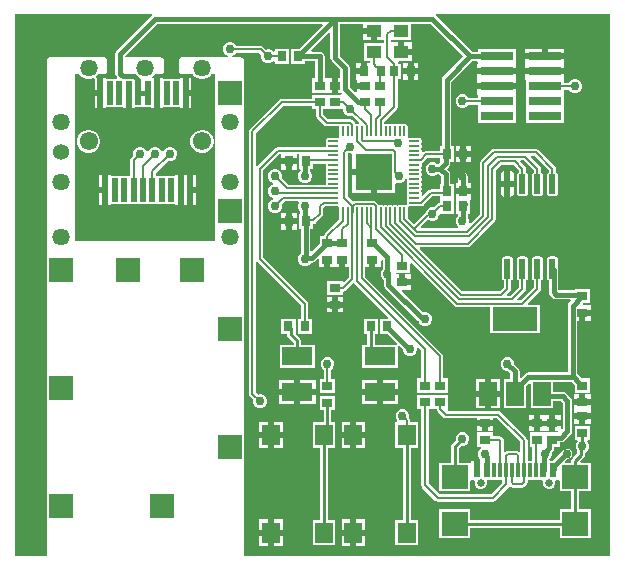
<source format=gtl>
G04*
G04 #@! TF.GenerationSoftware,Altium Limited,Altium Designer,22.2.1 (43)*
G04*
G04 Layer_Physical_Order=1*
G04 Layer_Color=255*
%FSLAX25Y25*%
%MOIN*%
G70*
G04*
G04 #@! TF.SameCoordinates,F70C61CB-F540-4537-8945-4C51125ABCB5*
G04*
G04*
G04 #@! TF.FilePolarity,Positive*
G04*
G01*
G75*
%ADD16C,0.01000*%
%ADD17R,0.11000X0.03000*%
%ADD19R,0.05118X0.04331*%
%ADD20R,0.08583X0.07874*%
%ADD21R,0.02362X0.04528*%
%ADD22R,0.01181X0.04528*%
%ADD33C,0.02559*%
%ADD39R,0.03150X0.03543*%
%ADD40R,0.05906X0.06890*%
%ADD41R,0.03543X0.03150*%
%ADD42R,0.10236X0.05906*%
G04:AMPARAMS|DCode=43|XSize=64.96mil|YSize=22.84mil|CornerRadius=2.85mil|HoleSize=0mil|Usage=FLASHONLY|Rotation=270.000|XOffset=0mil|YOffset=0mil|HoleType=Round|Shape=RoundedRectangle|*
%AMROUNDEDRECTD43*
21,1,0.06496,0.01713,0,0,270.0*
21,1,0.05925,0.02284,0,0,270.0*
1,1,0.00571,-0.00856,-0.02963*
1,1,0.00571,-0.00856,0.02963*
1,1,0.00571,0.00856,0.02963*
1,1,0.00571,0.00856,-0.02963*
%
%ADD43ROUNDEDRECTD43*%
%ADD44R,0.14961X0.07874*%
%ADD45R,0.05906X0.07874*%
%ADD46R,0.12205X0.12205*%
G04:AMPARAMS|DCode=47|XSize=33.07mil|YSize=7.87mil|CornerRadius=0.98mil|HoleSize=0mil|Usage=FLASHONLY|Rotation=180.000|XOffset=0mil|YOffset=0mil|HoleType=Round|Shape=RoundedRectangle|*
%AMROUNDEDRECTD47*
21,1,0.03307,0.00591,0,0,180.0*
21,1,0.03110,0.00787,0,0,180.0*
1,1,0.00197,-0.01555,0.00295*
1,1,0.00197,0.01555,0.00295*
1,1,0.00197,0.01555,-0.00295*
1,1,0.00197,-0.01555,-0.00295*
%
%ADD47ROUNDEDRECTD47*%
G04:AMPARAMS|DCode=48|XSize=7.87mil|YSize=33.07mil|CornerRadius=0.98mil|HoleSize=0mil|Usage=FLASHONLY|Rotation=180.000|XOffset=0mil|YOffset=0mil|HoleType=Round|Shape=RoundedRectangle|*
%AMROUNDEDRECTD48*
21,1,0.00787,0.03110,0,0,180.0*
21,1,0.00591,0.03307,0,0,180.0*
1,1,0.00197,-0.00295,0.01555*
1,1,0.00197,0.00295,0.01555*
1,1,0.00197,0.00295,-0.01555*
1,1,0.00197,-0.00295,-0.01555*
%
%ADD48ROUNDEDRECTD48*%
%ADD49R,0.01968X0.07874*%
%ADD50C,0.00700*%
%ADD51C,0.01500*%
%ADD52C,0.00800*%
%ADD53C,0.06102*%
%ADD54C,0.05347*%
%ADD55C,0.05740*%
%ADD56R,0.07874X0.07874*%
%ADD57C,0.03000*%
G36*
X199197Y803D02*
X77095D01*
Y166319D01*
X77033Y166631D01*
X76856Y166896D01*
X76592Y167072D01*
X76279Y167135D01*
X73261D01*
X73162Y167635D01*
X73803Y167900D01*
X74450Y168547D01*
X74504Y168677D01*
X82314D01*
X82904Y168088D01*
X82850Y167957D01*
Y167043D01*
X83200Y166197D01*
X83847Y165550D01*
X84693Y165200D01*
X85607D01*
X86453Y165550D01*
X86869Y165967D01*
X87369Y165760D01*
Y164928D01*
X92119D01*
Y170072D01*
X87369D01*
Y169240D01*
X86869Y169033D01*
X86453Y169450D01*
X85607Y169800D01*
X84693D01*
X84562Y169746D01*
X83629Y170679D01*
X83249Y170933D01*
X82800Y171022D01*
X74504D01*
X74450Y171153D01*
X73803Y171800D01*
X72957Y172150D01*
X72043D01*
X71197Y171800D01*
X70550Y171153D01*
X70200Y170308D01*
Y169393D01*
X70550Y168547D01*
X71197Y167900D01*
X71838Y167635D01*
X71739Y167135D01*
X64040D01*
X63672Y167233D01*
X62706D01*
X62338Y167135D01*
X56319D01*
X56007Y167072D01*
X55742Y166896D01*
X55565Y166631D01*
X55503Y166319D01*
Y162382D01*
X55565Y162070D01*
X55742Y161805D01*
X56007Y161628D01*
X56319Y161566D01*
X60104D01*
X60252Y161310D01*
X60935Y160626D01*
X61772Y160143D01*
X62706Y159893D01*
X63672D01*
X64606Y160143D01*
X65443Y160626D01*
X66126Y161310D01*
X66274Y161566D01*
X67590D01*
Y106111D01*
X20993D01*
Y161566D01*
X22309D01*
X22457Y161310D01*
X23140Y160626D01*
X23977Y160143D01*
X24911Y159893D01*
X25877D01*
X26810Y160143D01*
X26846Y160164D01*
X27347Y159875D01*
Y156295D01*
X28331D01*
Y160232D01*
X27927D01*
X27886Y160290D01*
X27753Y160732D01*
X28330Y161310D01*
X28479Y161566D01*
X30728D01*
X31040Y161628D01*
X31305Y161805D01*
X31482Y162070D01*
X31544Y162382D01*
Y166319D01*
X31482Y166631D01*
X31305Y166896D01*
X31040Y167072D01*
X30728Y167135D01*
X26245D01*
X25877Y167233D01*
X24911D01*
X24543Y167135D01*
X12303D01*
X11991Y167072D01*
X11726Y166896D01*
X11550Y166631D01*
X11488Y166319D01*
Y803D01*
X803D01*
Y181697D01*
X46350D01*
X46502Y181197D01*
X46382Y181117D01*
X34754Y169489D01*
X34411Y168976D01*
X34291Y168371D01*
Y161740D01*
X34411Y161135D01*
X34754Y160622D01*
X34882Y160494D01*
X34691Y160032D01*
X31315D01*
Y160232D01*
X30331D01*
Y155295D01*
Y150358D01*
X31315D01*
Y150558D01*
X36795D01*
Y150358D01*
X37780D01*
Y155295D01*
X39779D01*
Y150358D01*
X40764D01*
Y150558D01*
X46244D01*
Y150358D01*
X47228D01*
Y155295D01*
Y160232D01*
X46825D01*
X46784Y160290D01*
X46651Y160732D01*
X47228Y161310D01*
X47376Y161566D01*
X49626D01*
X49938Y161628D01*
X50203Y161805D01*
X50380Y162070D01*
X50442Y162382D01*
Y166319D01*
X50380Y166631D01*
X50203Y166896D01*
X49938Y167072D01*
X49626Y167135D01*
X45142D01*
X44774Y167233D01*
X43808D01*
X43440Y167135D01*
X37452D01*
Y167717D01*
X48155Y178420D01*
X103287D01*
X103479Y177958D01*
X95593Y170072D01*
X92881D01*
Y164928D01*
X97631D01*
Y165920D01*
X100920D01*
Y160131D01*
X99928D01*
Y155381D01*
X104728D01*
Y155181D01*
X106500D01*
Y157756D01*
Y160331D01*
X104728D01*
Y160131D01*
X104080D01*
Y167500D01*
X103960Y168105D01*
X103618Y168617D01*
X103105Y168960D01*
X102500Y169080D01*
X99725D01*
X99533Y169542D01*
X105458Y175467D01*
X105920Y175275D01*
Y167096D01*
X106040Y166491D01*
X106383Y165979D01*
X109241Y163120D01*
Y160331D01*
X108500D01*
Y157756D01*
Y155181D01*
X109687D01*
X109723Y155119D01*
X109434Y154619D01*
X105072D01*
Y154619D01*
X99928D01*
Y153417D01*
X89744D01*
X89295Y153327D01*
X88915Y153073D01*
X79171Y143329D01*
X78917Y142949D01*
X78828Y142500D01*
Y55000D01*
X78917Y54551D01*
X79171Y54171D01*
X80254Y53088D01*
X80200Y52957D01*
Y52043D01*
X80550Y51197D01*
X81197Y50550D01*
X82042Y50200D01*
X82958D01*
X83803Y50550D01*
X84450Y51197D01*
X84800Y52043D01*
Y52957D01*
X84450Y53803D01*
X83803Y54450D01*
X82958Y54800D01*
X82042D01*
X81912Y54746D01*
X81173Y55486D01*
Y99017D01*
X81665Y99169D01*
X81673Y99169D01*
X96328Y84514D01*
Y80072D01*
X95125D01*
Y75428D01*
X95125Y74956D01*
X94752Y74623D01*
X94363Y75011D01*
Y80072D01*
X89613D01*
Y74928D01*
X91360D01*
Y74814D01*
X91461Y74307D01*
X91749Y73877D01*
X93674Y71951D01*
Y71253D01*
X89082D01*
Y63747D01*
X100918D01*
Y71253D01*
X96325D01*
Y72500D01*
X96225Y73007D01*
X95937Y73437D01*
X94820Y74555D01*
X95153Y74928D01*
X95614Y74928D01*
X99875D01*
Y80072D01*
X98672D01*
Y85000D01*
X98583Y85449D01*
X98329Y85829D01*
X83672Y100486D01*
Y129514D01*
X89049Y134890D01*
X89669D01*
Y133500D01*
X92244D01*
X94819D01*
Y134890D01*
X95381D01*
Y129928D01*
X95995D01*
X96026Y129428D01*
X95550Y128953D01*
X95200Y128108D01*
Y127192D01*
X95550Y126347D01*
X96197Y125700D01*
X97043Y125350D01*
X97957D01*
X98803Y125700D01*
X99450Y126347D01*
X99800Y127192D01*
Y128108D01*
X99450Y128953D01*
X99208Y129194D01*
Y129928D01*
X100131D01*
Y131741D01*
X104331D01*
X104419Y131634D01*
Y131043D01*
X104488Y130693D01*
X104583Y130551D01*
X104488Y130410D01*
X104419Y130059D01*
Y129469D01*
X104488Y129118D01*
X104583Y128976D01*
X104488Y128835D01*
X104419Y128484D01*
Y127894D01*
X104488Y127543D01*
X104583Y127402D01*
X104488Y127260D01*
X104419Y126909D01*
Y126319D01*
X104488Y125968D01*
X104583Y125827D01*
X104488Y125685D01*
X104419Y125335D01*
Y124744D01*
X104356Y124668D01*
X91990D01*
X89746Y126912D01*
X89800Y127042D01*
Y127957D01*
X89450Y128803D01*
X88803Y129450D01*
X87958Y129800D01*
X87042D01*
X86197Y129450D01*
X85550Y128803D01*
X85200Y127957D01*
Y127042D01*
X85550Y126197D01*
X86197Y125550D01*
X86893Y125262D01*
Y124738D01*
X86197Y124450D01*
X85550Y123803D01*
X85200Y122958D01*
Y122043D01*
X85550Y121197D01*
X86197Y120550D01*
X86893Y120262D01*
Y119738D01*
X86197Y119450D01*
X85550Y118803D01*
X85200Y117957D01*
Y117043D01*
X85550Y116197D01*
X86197Y115550D01*
X87042Y115200D01*
X87958D01*
X88803Y115550D01*
X89450Y116197D01*
X89800Y117043D01*
Y117957D01*
X89746Y118088D01*
X90801Y119142D01*
X95236D01*
X95484Y118642D01*
X95200Y117957D01*
Y117043D01*
X95550Y116197D01*
X95920Y115828D01*
Y115072D01*
X95381D01*
Y109928D01*
X96175D01*
Y101928D01*
X95550Y101303D01*
X95200Y100458D01*
Y99542D01*
X95550Y98697D01*
X96197Y98050D01*
X97043Y97700D01*
X97957D01*
X98803Y98050D01*
X99450Y98697D01*
X99454Y98707D01*
X99834D01*
X100439Y98827D01*
X100952Y99169D01*
X101766Y99984D01*
X102228Y99793D01*
Y97169D01*
X104000D01*
Y99744D01*
X106000D01*
Y97169D01*
X109000D01*
Y99744D01*
X111000D01*
Y97169D01*
X112154D01*
Y93813D01*
X110534Y92192D01*
X110072Y92383D01*
Y92631D01*
X104928D01*
Y87881D01*
X110072D01*
Y89083D01*
X110256D01*
X110705Y89173D01*
X111085Y89427D01*
X113454Y91795D01*
X114073Y91769D01*
X125308Y80534D01*
X125117Y80072D01*
X122625D01*
Y74928D01*
X125140D01*
X128315Y71753D01*
X128108Y71253D01*
X128075Y71253D01*
X128075Y71253D01*
X128047Y71253D01*
X120814D01*
Y74928D01*
X121863D01*
Y80072D01*
X117113D01*
Y74928D01*
X118163D01*
Y71253D01*
X116582D01*
Y63747D01*
X128418D01*
X128418Y70881D01*
Y70909D01*
D01*
X128418Y70943D01*
X128493Y70974D01*
X128918Y71150D01*
X130200Y69868D01*
Y69542D01*
X130550Y68697D01*
X131197Y68050D01*
X132043Y67700D01*
X132957D01*
X133803Y68050D01*
X134450Y68697D01*
X134800Y69542D01*
Y70335D01*
X135160Y70553D01*
X135262Y70580D01*
X136328Y69514D01*
Y65000D01*
X136328Y65000D01*
Y60131D01*
X134928D01*
Y55381D01*
X145072D01*
Y60131D01*
X143673D01*
Y67500D01*
X143583Y67949D01*
X143329Y68329D01*
X117649Y94009D01*
Y97169D01*
X119000D01*
Y99744D01*
X121000D01*
Y97169D01*
X122772D01*
Y99375D01*
X123272Y99628D01*
X123420Y99520D01*
Y96672D01*
X123050Y96303D01*
X122700Y95458D01*
Y94542D01*
X123050Y93697D01*
X123697Y93050D01*
X123707Y93046D01*
Y91419D01*
X123827Y90814D01*
X124170Y90301D01*
X135301Y79169D01*
X135375Y79120D01*
X135550Y78697D01*
X136197Y78050D01*
X137042Y77700D01*
X137958D01*
X138803Y78050D01*
X139450Y78697D01*
X139800Y79542D01*
Y80458D01*
X139450Y81303D01*
X138803Y81950D01*
X137958Y82300D01*
X137042D01*
X136758Y82182D01*
X129733Y89207D01*
X129925Y89669D01*
X132772D01*
Y91244D01*
X130000D01*
Y92244D01*
X129000D01*
Y94819D01*
X127787D01*
X127740Y94881D01*
X127990Y95381D01*
X132572D01*
Y98374D01*
X133034Y98566D01*
X147440Y84159D01*
X147820Y83905D01*
X148269Y83816D01*
X159220D01*
Y75165D01*
X175780D01*
Y84639D01*
X171950D01*
X171759Y85101D01*
X175829Y89171D01*
X176083Y89551D01*
X176172Y90000D01*
Y92765D01*
X176280Y92787D01*
X176639Y93027D01*
X176879Y93386D01*
X176963Y93809D01*
Y99734D01*
X176879Y100158D01*
X176639Y100517D01*
X176280Y100757D01*
X175856Y100841D01*
X174144D01*
X173720Y100757D01*
X173361Y100517D01*
X173121Y100158D01*
X173037Y99734D01*
Y93809D01*
X173121Y93386D01*
X173361Y93027D01*
X173720Y92787D01*
X173828Y92765D01*
Y90486D01*
X169503Y86161D01*
X168473D01*
X168281Y86623D01*
X170829Y89171D01*
X171083Y89551D01*
X171172Y90000D01*
Y92765D01*
X171280Y92787D01*
X171639Y93027D01*
X171879Y93386D01*
X171963Y93809D01*
Y99734D01*
X171879Y100158D01*
X171639Y100517D01*
X171280Y100757D01*
X170856Y100841D01*
X169144D01*
X168720Y100757D01*
X168361Y100517D01*
X168121Y100158D01*
X168037Y99734D01*
Y93809D01*
X168121Y93386D01*
X168361Y93027D01*
X168720Y92787D01*
X168827Y92765D01*
Y90486D01*
X166003Y87661D01*
X164973D01*
X164781Y88123D01*
X165829Y89171D01*
X166083Y89551D01*
X166173Y90000D01*
Y92765D01*
X166280Y92787D01*
X166639Y93027D01*
X166879Y93386D01*
X166963Y93809D01*
Y99734D01*
X166879Y100158D01*
X166639Y100517D01*
X166280Y100757D01*
X165856Y100841D01*
X164144D01*
X163720Y100757D01*
X163361Y100517D01*
X163121Y100158D01*
X163037Y99734D01*
Y93809D01*
X163121Y93386D01*
X163361Y93027D01*
X163720Y92787D01*
X163828Y92765D01*
Y90486D01*
X162503Y89161D01*
X149997D01*
X135793Y103366D01*
X135984Y103828D01*
X151743D01*
X152191Y103917D01*
X152572Y104171D01*
X160729Y112328D01*
X160983Y112709D01*
X161073Y113157D01*
Y129414D01*
X162986Y131327D01*
X167014D01*
X168827Y129514D01*
Y129006D01*
X168720Y128985D01*
X168361Y128745D01*
X168121Y128386D01*
X168037Y127963D01*
Y122037D01*
X168121Y121614D01*
X168361Y121255D01*
X168720Y121015D01*
X169144Y120931D01*
X170856D01*
X171280Y121015D01*
X171639Y121255D01*
X171879Y121614D01*
X171963Y122037D01*
Y127963D01*
X171879Y128386D01*
X171639Y128745D01*
X171280Y128985D01*
X171172Y129006D01*
Y130000D01*
X171083Y130449D01*
X170829Y130829D01*
X169293Y132366D01*
X169484Y132827D01*
X170514D01*
X173828Y129514D01*
Y129006D01*
X173720Y128985D01*
X173361Y128745D01*
X173121Y128386D01*
X173037Y127963D01*
Y122037D01*
X173121Y121614D01*
X173361Y121255D01*
X173720Y121015D01*
X174144Y120931D01*
X175856D01*
X176280Y121015D01*
X176639Y121255D01*
X176879Y121614D01*
X176963Y122037D01*
Y127963D01*
X176879Y128386D01*
X176639Y128745D01*
X176280Y128985D01*
X176172Y129006D01*
Y130000D01*
X176083Y130449D01*
X175829Y130829D01*
X172793Y133865D01*
X172984Y134327D01*
X174014D01*
X178828Y129514D01*
Y129006D01*
X178720Y128985D01*
X178361Y128745D01*
X178121Y128386D01*
X178037Y127963D01*
Y122037D01*
X178121Y121614D01*
X178361Y121255D01*
X178720Y121015D01*
X179144Y120931D01*
X180856D01*
X181280Y121015D01*
X181639Y121255D01*
X181879Y121614D01*
X181963Y122037D01*
Y127963D01*
X181879Y128386D01*
X181639Y128745D01*
X181280Y128985D01*
X181173Y129006D01*
Y130000D01*
X181083Y130449D01*
X180829Y130829D01*
X175329Y136329D01*
X174949Y136583D01*
X174500Y136672D01*
X160500D01*
X160051Y136583D01*
X159671Y136329D01*
X156071Y132729D01*
X155817Y132349D01*
X155728Y131900D01*
Y114886D01*
X152762Y111920D01*
X152660Y111947D01*
X152300Y112165D01*
Y112958D01*
X151950Y113803D01*
X151708Y114044D01*
Y114928D01*
X152631D01*
Y119728D01*
X152831D01*
Y121500D01*
X150256D01*
X147681D01*
Y119728D01*
X147881D01*
Y114928D01*
X148548D01*
Y114300D01*
X148050Y113803D01*
X147700Y112958D01*
Y112042D01*
X148050Y111197D01*
X148575Y110672D01*
X148402Y110172D01*
X136348D01*
X136157Y110635D01*
X138635Y113113D01*
X138697Y113050D01*
X139542Y112700D01*
X140457D01*
X141303Y113050D01*
X141950Y113697D01*
X142270Y114470D01*
X142300Y114542D01*
X142300Y114543D01*
X142369Y114928D01*
X147119D01*
Y120072D01*
X147119D01*
Y125072D01*
X145938D01*
Y128142D01*
X145818Y128747D01*
X145475Y129260D01*
X144735Y130000D01*
X145475Y130740D01*
X145818Y131253D01*
X145938Y131858D01*
Y132428D01*
X147119D01*
Y137572D01*
X146325D01*
Y159090D01*
X153155Y165920D01*
X154846D01*
X155200Y165566D01*
X155200Y165417D01*
X155000Y165000D01*
X155000Y164783D01*
Y163500D01*
X161500D01*
X168000D01*
Y165000D01*
X167800Y165417D01*
X167800Y165500D01*
Y169800D01*
X155200D01*
Y169080D01*
X153155D01*
X141118Y181117D01*
X140998Y181197D01*
X141150Y181697D01*
X199197D01*
Y803D01*
D02*
G37*
G36*
X116913Y177043D02*
X120472D01*
Y176043D01*
X121472D01*
Y172878D01*
X123828D01*
Y171922D01*
X117113D01*
Y165991D01*
X119300D01*
Y165272D01*
X118244D01*
Y162500D01*
X117244D01*
Y161500D01*
X114669D01*
Y159728D01*
X114728D01*
Y158756D01*
X117500D01*
Y156756D01*
X114728D01*
Y155714D01*
X114228Y155507D01*
X112402Y157333D01*
Y163775D01*
X112282Y164379D01*
X111939Y164892D01*
X109080Y167751D01*
Y178420D01*
X116913D01*
Y177043D01*
D02*
G37*
G36*
X104928Y149869D02*
X110072D01*
X110200Y149542D01*
X110550Y148697D01*
X111197Y148050D01*
X112042Y147700D01*
X112958D01*
X113153Y147781D01*
X115517Y145417D01*
X115270Y144957D01*
X115197Y144971D01*
X114606D01*
X114489Y144948D01*
X114379Y145021D01*
X114125Y145401D01*
X113393Y146133D01*
X113013Y146387D01*
X112564Y146476D01*
X105182D01*
X103673Y147986D01*
Y149869D01*
X104928D01*
Y149869D01*
D02*
G37*
G36*
X99928Y149869D02*
X101328D01*
Y147500D01*
X101417Y147051D01*
X101671Y146671D01*
X103867Y144474D01*
X104248Y144220D01*
X104697Y144131D01*
X108904D01*
X108966Y144055D01*
Y140945D01*
X108998Y140785D01*
X108985Y140758D01*
X108632Y140405D01*
X108605Y140392D01*
X108445Y140424D01*
X105335D01*
X104984Y140354D01*
X104687Y140156D01*
X104488Y139858D01*
X104419Y139508D01*
Y138917D01*
X104488Y138567D01*
X104583Y138425D01*
X104488Y138284D01*
X104419Y137933D01*
Y137343D01*
X104331Y137235D01*
X88563D01*
X88114Y137146D01*
X87734Y136892D01*
X81673Y130831D01*
X81665Y130831D01*
X81173Y130983D01*
Y142014D01*
X90230Y151072D01*
X99928D01*
Y149869D01*
D02*
G37*
G36*
X150265Y167500D02*
X143627Y160862D01*
X143284Y160349D01*
X143164Y159744D01*
Y137572D01*
X142369D01*
Y135976D01*
X137868D01*
X137419Y135886D01*
X137039Y135632D01*
X136854Y135448D01*
X136393Y135694D01*
X136408Y135768D01*
Y136358D01*
X136338Y136709D01*
X136244Y136850D01*
X136338Y136992D01*
X136408Y137343D01*
Y137933D01*
X136338Y138284D01*
X136244Y138425D01*
X136338Y138567D01*
X136408Y138917D01*
Y139508D01*
X136338Y139858D01*
X136140Y140156D01*
X135843Y140354D01*
X135492Y140424D01*
X132382D01*
X132222Y140392D01*
X132195Y140405D01*
X131842Y140758D01*
X131829Y140785D01*
X131861Y140945D01*
Y144055D01*
X131791Y144406D01*
X131593Y144703D01*
X131295Y144901D01*
X130945Y144971D01*
X130354D01*
X130004Y144901D01*
X129862Y144807D01*
X129721Y144901D01*
X129370Y144971D01*
X128779D01*
X128429Y144901D01*
X128287Y144807D01*
X128146Y144901D01*
X127795Y144971D01*
X127205D01*
X126854Y144901D01*
X126713Y144807D01*
X126571Y144901D01*
X126221Y144971D01*
X125630D01*
X125279Y144901D01*
X125138Y144807D01*
X124996Y144901D01*
X124646Y144971D01*
X124055D01*
X123948Y145059D01*
Y145714D01*
X128073Y149839D01*
X128327Y150220D01*
X128417Y150668D01*
Y159928D01*
X129619D01*
Y165072D01*
X128772D01*
X128558Y165326D01*
X128568Y165367D01*
X128896Y165791D01*
X133087D01*
Y167957D01*
X129528D01*
Y168957D01*
X128528D01*
Y172122D01*
X126172D01*
Y173078D01*
X132887D01*
Y178420D01*
X139345D01*
X150265Y167500D01*
D02*
G37*
G36*
X142369Y132428D02*
X142369Y132428D01*
X142369D01*
X142234Y131969D01*
X141845Y131580D01*
X141672D01*
X141303Y131950D01*
X140457Y132300D01*
X139542D01*
X138697Y131950D01*
X138050Y131303D01*
X137700Y130457D01*
Y129543D01*
X138050Y128697D01*
X138697Y128050D01*
X139542Y127700D01*
X140457D01*
X141303Y128050D01*
X141672Y128420D01*
X141845D01*
X142777Y127488D01*
Y125072D01*
X142369D01*
Y123174D01*
X139502D01*
X139053Y123085D01*
X138672Y122831D01*
X136841Y120999D01*
X136759Y120993D01*
X136648Y121059D01*
X136355Y121325D01*
X136408Y121595D01*
Y122185D01*
X136338Y122536D01*
X136244Y122677D01*
X136338Y122819D01*
X136408Y123169D01*
Y123760D01*
X136338Y124110D01*
X136244Y124252D01*
X136338Y124393D01*
X136408Y124744D01*
Y125335D01*
X136338Y125685D01*
X136244Y125827D01*
X136338Y125968D01*
X136408Y126319D01*
Y126909D01*
X136338Y127260D01*
X136244Y127402D01*
X136338Y127543D01*
X136408Y127894D01*
Y128484D01*
X136338Y128835D01*
X136244Y128976D01*
X136338Y129118D01*
X136408Y129469D01*
Y130059D01*
X136338Y130410D01*
X136244Y130551D01*
X136338Y130693D01*
X136408Y131043D01*
Y131634D01*
X136385Y131752D01*
X136458Y131861D01*
X136838Y132115D01*
X138354Y133631D01*
X142369D01*
Y132428D01*
D02*
G37*
G36*
X113311Y134860D02*
Y129976D01*
X120413D01*
Y128976D01*
X121413D01*
Y121874D01*
X127516D01*
Y125099D01*
X127931Y125377D01*
X128358Y125200D01*
X129273D01*
X130119Y125550D01*
X130766Y126197D01*
X130966Y126681D01*
X131466Y126581D01*
Y126319D01*
X131536Y125968D01*
X131630Y125827D01*
X131536Y125685D01*
X131466Y125335D01*
Y124744D01*
X131536Y124393D01*
X131630Y124252D01*
X131536Y124110D01*
X131466Y123760D01*
Y123169D01*
X131536Y122819D01*
X131630Y122677D01*
X131536Y122536D01*
X131466Y122185D01*
Y121595D01*
X131536Y121244D01*
X131630Y121102D01*
X131536Y120961D01*
X131466Y120610D01*
Y120020D01*
X131536Y119669D01*
X131630Y119528D01*
X131536Y119386D01*
X131466Y119035D01*
Y118445D01*
X131498Y118285D01*
X131485Y118258D01*
X131132Y117905D01*
X131105Y117892D01*
X130945Y117924D01*
X130354D01*
X130004Y117854D01*
X129862Y117760D01*
X129721Y117854D01*
X129370Y117924D01*
X128779D01*
X128429Y117854D01*
X128287Y117760D01*
X128146Y117854D01*
X127795Y117924D01*
X127205D01*
X126854Y117854D01*
X126713Y117760D01*
X126571Y117854D01*
X126221Y117924D01*
X125630D01*
X125279Y117854D01*
X125138Y117760D01*
X124996Y117854D01*
X124646Y117924D01*
X124055D01*
X123705Y117854D01*
X123563Y117760D01*
X123421Y117854D01*
X123071Y117924D01*
X122480D01*
X122363Y117901D01*
X122253Y117974D01*
X121999Y118354D01*
X121267Y119085D01*
X120887Y119340D01*
X120438Y119429D01*
X114089D01*
X113640Y119340D01*
X113359Y119151D01*
X111739Y120771D01*
Y134697D01*
X111980Y135138D01*
X112895D01*
X113311Y134860D01*
D02*
G37*
G36*
X142369Y119928D02*
X142369D01*
Y118647D01*
X142051Y118583D01*
X141671Y118329D01*
X140588Y117246D01*
X140457Y117300D01*
X139542D01*
X138697Y116950D01*
X138050Y116303D01*
X137701Y115460D01*
X137595Y115389D01*
X133864Y111658D01*
X131822Y113700D01*
Y113703D01*
X131861Y113898D01*
Y117008D01*
X131829Y117168D01*
X131842Y117195D01*
X132195Y117548D01*
X132222Y117561D01*
X132382Y117529D01*
X135492D01*
X135687Y117568D01*
X136240D01*
X136689Y117657D01*
X137069Y117911D01*
X139987Y120829D01*
X142369D01*
Y119928D01*
D02*
G37*
G36*
X105335Y117529D02*
X108445D01*
X108605Y117561D01*
X108632Y117548D01*
X108985Y117195D01*
X108998Y117168D01*
X108966Y117008D01*
Y113898D01*
X109005Y113703D01*
Y113163D01*
X104171Y108329D01*
X103917Y107949D01*
X103853Y107631D01*
X102428D01*
Y105116D01*
X99798Y102486D01*
X99336Y102677D01*
Y109928D01*
X100131D01*
Y111638D01*
X100311D01*
X100760Y111728D01*
X101140Y111982D01*
X103329Y114171D01*
X103583Y114551D01*
X103673Y115000D01*
Y117014D01*
X104226Y117568D01*
X105140D01*
X105335Y117529D01*
D02*
G37*
%LPC*%
G36*
X184000Y170000D02*
X178500D01*
Y168500D01*
X184000D01*
Y170000D01*
D02*
G37*
G36*
X176500D02*
X171000D01*
Y168500D01*
X176500D01*
Y170000D01*
D02*
G37*
G36*
X184000Y166500D02*
X177500D01*
X171000D01*
Y165000D01*
Y163500D01*
X177500D01*
X184000D01*
Y165000D01*
Y166500D01*
D02*
G37*
G36*
X56677Y160232D02*
X55693D01*
Y160032D01*
X50213D01*
Y160232D01*
X49228D01*
Y155295D01*
Y150358D01*
X50213D01*
Y150558D01*
X55693D01*
Y150358D01*
X56677D01*
Y155295D01*
Y160232D01*
D02*
G37*
G36*
X168000Y161500D02*
X161500D01*
X155000D01*
Y160000D01*
Y158500D01*
X161500D01*
X168000D01*
Y160000D01*
Y161500D01*
D02*
G37*
G36*
X59661Y160232D02*
X58677D01*
Y156295D01*
X59661D01*
Y160232D01*
D02*
G37*
G36*
X184000Y161500D02*
X177500D01*
X171000D01*
Y160000D01*
X171200Y159583D01*
X171200Y159500D01*
Y155300D01*
X171200Y155200D01*
Y154800D01*
X171200Y154700D01*
Y150300D01*
X171200Y150200D01*
Y149800D01*
X171200Y149700D01*
Y145200D01*
X183800D01*
Y149700D01*
X183800Y149800D01*
Y150200D01*
X183800Y150300D01*
Y154700D01*
X183800Y154800D01*
Y155200D01*
X183800Y155300D01*
Y156327D01*
X185496D01*
X185550Y156197D01*
X186197Y155550D01*
X187042Y155200D01*
X187958D01*
X188803Y155550D01*
X189450Y156197D01*
X189800Y157043D01*
Y157957D01*
X189450Y158803D01*
X188803Y159450D01*
X187958Y159800D01*
X187042D01*
X186197Y159450D01*
X185550Y158803D01*
X185496Y158672D01*
X184154D01*
X183800Y159026D01*
X183800Y159583D01*
X184000Y160000D01*
X184000Y160217D01*
Y161500D01*
D02*
G37*
G36*
X168000Y156500D02*
X161500D01*
X155000D01*
Y155000D01*
X155200Y154583D01*
X155200Y154026D01*
X154846Y153673D01*
X152004D01*
X151950Y153803D01*
X151303Y154450D01*
X150458Y154800D01*
X149542D01*
X148697Y154450D01*
X148050Y153803D01*
X147700Y152957D01*
Y152042D01*
X148050Y151197D01*
X148697Y150550D01*
X149542Y150200D01*
X150458D01*
X151303Y150550D01*
X151950Y151197D01*
X152004Y151328D01*
X155200D01*
Y150300D01*
X155200Y150200D01*
Y149800D01*
X155200Y149700D01*
Y145200D01*
X167800D01*
Y149700D01*
X167800Y149800D01*
Y150200D01*
X167800Y150300D01*
X167800Y154583D01*
X168000Y155000D01*
X168000Y155217D01*
Y156500D01*
D02*
G37*
G36*
X59661Y154295D02*
X58677D01*
Y150358D01*
X59661D01*
Y154295D01*
D02*
G37*
G36*
X28331D02*
X27347D01*
Y150358D01*
X28331D01*
Y154295D01*
D02*
G37*
G36*
X152831Y137772D02*
X151256D01*
Y136000D01*
X152831D01*
Y137772D01*
D02*
G37*
G36*
X149256D02*
X147681D01*
Y136000D01*
X149256D01*
Y137772D01*
D02*
G37*
G36*
X52957Y137300D02*
X52043D01*
X51197Y136950D01*
X50550Y136303D01*
X50262Y135607D01*
X49738D01*
X49450Y136303D01*
X48803Y136950D01*
X47958Y137300D01*
X47043D01*
X46197Y136950D01*
X45550Y136303D01*
X45262Y135607D01*
X44738D01*
X44450Y136303D01*
X43803Y136950D01*
X42957Y137300D01*
X42042D01*
X41197Y136950D01*
X40550Y136303D01*
X40200Y135458D01*
Y134543D01*
X40254Y134412D01*
X39525Y133683D01*
X39271Y133303D01*
X39182Y132854D01*
Y127749D01*
X32890D01*
Y127949D01*
X31905D01*
Y123012D01*
Y118075D01*
X32890D01*
Y118275D01*
X54118D01*
Y118075D01*
X55102D01*
Y123012D01*
Y127949D01*
X54118D01*
Y127749D01*
X47826D01*
Y128668D01*
X51912Y132754D01*
X52043Y132700D01*
X52957D01*
X53803Y133050D01*
X54450Y133697D01*
X54800Y134543D01*
Y135458D01*
X54450Y136303D01*
X53803Y136950D01*
X52957Y137300D01*
D02*
G37*
G36*
X63696Y143005D02*
X62682D01*
X61703Y142742D01*
X60824Y142235D01*
X60107Y141518D01*
X59600Y140640D01*
X59338Y139661D01*
Y138646D01*
X59600Y137667D01*
X60107Y136789D01*
X60824Y136072D01*
X61703Y135565D01*
X62682Y135302D01*
X63696D01*
X64675Y135565D01*
X65554Y136072D01*
X66271Y136789D01*
X66778Y137667D01*
X67040Y138646D01*
Y139661D01*
X66778Y140640D01*
X66271Y141518D01*
X65554Y142235D01*
X64675Y142742D01*
X63696Y143005D01*
D02*
G37*
G36*
X25901D02*
X24887D01*
X23907Y142742D01*
X23029Y142235D01*
X22312Y141518D01*
X21805Y140640D01*
X21542Y139661D01*
Y138646D01*
X21805Y137667D01*
X22312Y136789D01*
X23029Y136072D01*
X23907Y135565D01*
X24887Y135302D01*
X25901D01*
X26880Y135565D01*
X27758Y136072D01*
X28475Y136789D01*
X28982Y137667D01*
X29245Y138646D01*
Y139661D01*
X28982Y140640D01*
X28475Y141518D01*
X27758Y142235D01*
X26880Y142742D01*
X25901Y143005D01*
D02*
G37*
G36*
X152831Y134000D02*
X151256D01*
Y132228D01*
X152831D01*
Y134000D01*
D02*
G37*
G36*
X149256D02*
X147681D01*
Y132228D01*
X149256D01*
Y134000D01*
D02*
G37*
G36*
X94819Y131500D02*
X93244D01*
Y129728D01*
X94819D01*
Y131500D01*
D02*
G37*
G36*
X91244D02*
X89669D01*
Y129728D01*
X91244D01*
Y131500D01*
D02*
G37*
G36*
X166000Y129245D02*
Y126000D01*
X167167D01*
Y127963D01*
X167067Y128464D01*
X166783Y128889D01*
X166358Y129174D01*
X166000Y129245D01*
D02*
G37*
G36*
X164000D02*
X163642Y129174D01*
X163217Y128889D01*
X162933Y128464D01*
X162833Y127963D01*
Y126000D01*
X164000D01*
Y129245D01*
D02*
G37*
G36*
X61236Y127949D02*
X60252D01*
Y124012D01*
X61236D01*
Y127949D01*
D02*
G37*
G36*
X29906D02*
X28921D01*
Y124012D01*
X29906D01*
Y127949D01*
D02*
G37*
G36*
X150000Y129080D02*
X149395Y128960D01*
X148882Y128618D01*
X148540Y128105D01*
X148420Y127500D01*
X148540Y126895D01*
X148548Y126884D01*
Y125272D01*
X147681D01*
Y123500D01*
X150256D01*
X152831D01*
Y125272D01*
X151708D01*
Y127372D01*
X151588Y127977D01*
X151245Y128489D01*
X151118Y128618D01*
X150605Y128960D01*
X150000Y129080D01*
D02*
G37*
G36*
X167167Y124000D02*
X166000D01*
Y120755D01*
X166358Y120826D01*
X166783Y121111D01*
X167067Y121536D01*
X167167Y122037D01*
Y124000D01*
D02*
G37*
G36*
X164000D02*
X162833D01*
Y122037D01*
X162933Y121536D01*
X163217Y121111D01*
X163642Y120826D01*
X164000Y120755D01*
Y124000D01*
D02*
G37*
G36*
X61236Y122012D02*
X60252D01*
Y118075D01*
X61236D01*
Y122012D01*
D02*
G37*
G36*
X58252Y127949D02*
X57102D01*
Y123012D01*
Y118075D01*
X58252D01*
Y123012D01*
Y127949D01*
D02*
G37*
G36*
X29906Y122012D02*
X28921D01*
Y118075D01*
X29906D01*
Y122012D01*
D02*
G37*
G36*
X94819Y115272D02*
X93244D01*
Y113500D01*
X94819D01*
Y115272D01*
D02*
G37*
G36*
X91244D02*
X89669D01*
Y113500D01*
X91244D01*
Y115272D01*
D02*
G37*
G36*
X94819Y111500D02*
X93244D01*
Y109728D01*
X94819D01*
Y111500D01*
D02*
G37*
G36*
X91244D02*
X89669D01*
Y109728D01*
X91244D01*
Y111500D01*
D02*
G37*
G36*
X132772Y94819D02*
X131000D01*
Y93244D01*
X132772D01*
Y94819D01*
D02*
G37*
G36*
X110272Y87319D02*
X108500D01*
Y85744D01*
X110272D01*
Y87319D01*
D02*
G37*
G36*
X106500D02*
X104728D01*
Y85744D01*
X106500D01*
Y87319D01*
D02*
G37*
G36*
X110272Y83744D02*
X108500D01*
Y82169D01*
X110272D01*
Y83744D01*
D02*
G37*
G36*
X106500D02*
X104728D01*
Y82169D01*
X106500D01*
Y83744D01*
D02*
G37*
G36*
X192772Y80988D02*
X191000D01*
Y79413D01*
X192772D01*
Y80988D01*
D02*
G37*
G36*
X180856Y100841D02*
X179144D01*
X178720Y100757D01*
X178361Y100517D01*
X178121Y100158D01*
X178037Y99734D01*
Y93809D01*
X178121Y93386D01*
X178361Y93027D01*
X178720Y92787D01*
X178811Y92769D01*
Y88908D01*
X178932Y88303D01*
X179274Y87790D01*
X180153Y86912D01*
X180666Y86569D01*
X181270Y86449D01*
X185864D01*
X186055Y85987D01*
X185561Y85493D01*
X185218Y84980D01*
X185098Y84375D01*
Y73139D01*
X185098Y73139D01*
Y62166D01*
X172003D01*
X171398Y62046D01*
X170885Y61703D01*
X169542Y60360D01*
X169080Y60551D01*
Y62500D01*
X168960Y63105D01*
X168617Y63617D01*
X167300Y64935D01*
Y65457D01*
X166950Y66303D01*
X166303Y66950D01*
X165457Y67300D01*
X164542D01*
X163697Y66950D01*
X163050Y66303D01*
X162700Y65457D01*
Y64543D01*
X163050Y63697D01*
X163697Y63050D01*
X164542Y62700D01*
X165065D01*
X165920Y61845D01*
Y59835D01*
X163747D01*
Y50361D01*
X171253D01*
Y57600D01*
X172302Y58650D01*
X172802Y58443D01*
Y50361D01*
X180308D01*
Y52540D01*
X182725D01*
X183420Y51845D01*
Y43487D01*
X183272Y43387D01*
X182772Y43654D01*
Y44256D01*
X181000D01*
Y42681D01*
X181705D01*
X181972Y42181D01*
X181931Y42119D01*
X172428D01*
Y37369D01*
X173166D01*
Y32552D01*
X171676D01*
Y39547D01*
X171583Y40016D01*
X171318Y40412D01*
X162834Y48896D01*
X162437Y49161D01*
X161969Y49254D01*
X145301D01*
X145190Y49418D01*
X145072Y49869D01*
X145072D01*
Y54619D01*
X134928D01*
Y49869D01*
X136276D01*
Y24635D01*
X136370Y24167D01*
X136635Y23770D01*
X140983Y19422D01*
X141380Y19157D01*
X141848Y19064D01*
X160050D01*
X160518Y19157D01*
X160915Y19422D01*
X165412Y23919D01*
X165499Y24048D01*
X166114Y24140D01*
X166119Y24135D01*
X166516Y23870D01*
X166984Y23776D01*
X169984D01*
X170452Y23870D01*
X170849Y24135D01*
X171318Y24603D01*
X171583Y25000D01*
X171676Y25469D01*
Y26424D01*
X176661D01*
X176939Y26009D01*
X176798Y25670D01*
Y24842D01*
X177115Y24078D01*
X177700Y23493D01*
X178464Y23176D01*
X179292D01*
X180056Y23493D01*
X180641Y24078D01*
X180957Y24842D01*
Y25670D01*
X180900Y25809D01*
X181178Y26224D01*
X182280D01*
X182527Y25827D01*
Y22487D01*
X186293D01*
Y16489D01*
X182527D01*
Y13077D01*
X152473D01*
Y16489D01*
X142291D01*
Y7015D01*
X152473D01*
Y10426D01*
X182527D01*
Y7015D01*
X192709D01*
Y16489D01*
X188944D01*
Y22487D01*
X192709D01*
Y31961D01*
X189500D01*
X189293Y32461D01*
X190555Y33723D01*
X190842Y34153D01*
X190943Y34661D01*
Y35401D01*
X191303Y35550D01*
X191950Y36197D01*
X192300Y37042D01*
Y37958D01*
X191950Y38803D01*
X191639Y39113D01*
X191846Y39613D01*
X192572D01*
Y44363D01*
X187428D01*
Y39613D01*
X188154D01*
X188361Y39113D01*
X188050Y38803D01*
X187700Y37958D01*
Y37042D01*
X188050Y36197D01*
X188292Y35955D01*
Y35210D01*
X186681Y33599D01*
X186393Y33169D01*
X186293Y32661D01*
Y31961D01*
X184377D01*
X184186Y32423D01*
X184940Y33178D01*
X185318Y33253D01*
X185830Y33595D01*
X186117Y33882D01*
X186460Y34395D01*
X186580Y35000D01*
X186460Y35605D01*
X186117Y36118D01*
X185605Y36460D01*
X185000Y36580D01*
X184395Y36460D01*
X184106Y36266D01*
X183636Y36173D01*
X183123Y35831D01*
X180045Y32752D01*
X179212D01*
X179005Y33252D01*
X179450Y33697D01*
X179800Y34543D01*
Y35458D01*
X179796Y35467D01*
X180096Y35767D01*
X180438Y36279D01*
X180559Y36884D01*
Y37369D01*
X182572D01*
Y38806D01*
X182886D01*
X183491Y38926D01*
X184004Y39269D01*
X186117Y41383D01*
X186460Y41895D01*
X186580Y42500D01*
Y52500D01*
X186460Y53105D01*
X186117Y53618D01*
X184497Y55238D01*
X183984Y55581D01*
X183379Y55701D01*
X180308D01*
Y59005D01*
X186516D01*
X187428Y58093D01*
Y55381D01*
X192572D01*
Y60131D01*
X189860D01*
X188259Y61732D01*
Y73139D01*
X188259Y73139D01*
Y79413D01*
X189000D01*
Y81988D01*
X190000D01*
Y82988D01*
X192772D01*
Y84563D01*
X190288D01*
X190021Y85063D01*
X190063Y85125D01*
X192572D01*
Y89875D01*
X187428D01*
Y89609D01*
X181972D01*
Y96380D01*
X181963Y96426D01*
Y99734D01*
X181879Y100158D01*
X181639Y100517D01*
X181280Y100757D01*
X180856Y100841D01*
D02*
G37*
G36*
X128618Y59642D02*
X123500D01*
Y56689D01*
X128618D01*
Y59642D01*
D02*
G37*
G36*
X101118D02*
X96000D01*
Y56689D01*
X101118D01*
Y59642D01*
D02*
G37*
G36*
X121500D02*
X116382D01*
Y56689D01*
X121500D01*
Y59642D01*
D02*
G37*
G36*
X94000D02*
X88882D01*
Y56689D01*
X94000D01*
Y59642D01*
D02*
G37*
G36*
X162398Y60035D02*
X159445D01*
Y56098D01*
X162398D01*
Y60035D01*
D02*
G37*
G36*
X157445D02*
X154492D01*
Y56098D01*
X157445D01*
Y60035D01*
D02*
G37*
G36*
X105457Y67300D02*
X104543D01*
X103697Y66950D01*
X103050Y66303D01*
X102700Y65457D01*
Y64543D01*
X103050Y63697D01*
X103697Y63050D01*
X103828Y62996D01*
Y59875D01*
X102428D01*
Y55125D01*
X107572D01*
Y59875D01*
X106173D01*
Y62996D01*
X106303Y63050D01*
X106950Y63697D01*
X107300Y64543D01*
Y65457D01*
X106950Y66303D01*
X106303Y66950D01*
X105457Y67300D01*
D02*
G37*
G36*
X192772Y54819D02*
X191000D01*
Y53244D01*
X192772D01*
Y54819D01*
D02*
G37*
G36*
X189000D02*
X187228D01*
Y53244D01*
X189000D01*
Y54819D01*
D02*
G37*
G36*
X128618Y54689D02*
X123500D01*
Y51736D01*
X128618D01*
Y54689D01*
D02*
G37*
G36*
X121500D02*
X116382D01*
Y51736D01*
X121500D01*
Y54689D01*
D02*
G37*
G36*
X101118D02*
X96000D01*
Y51736D01*
X101118D01*
Y54689D01*
D02*
G37*
G36*
X94000D02*
X88882D01*
Y51736D01*
X94000D01*
Y54689D01*
D02*
G37*
G36*
X162398Y54098D02*
X159445D01*
Y50161D01*
X162398D01*
Y54098D01*
D02*
G37*
G36*
X157445D02*
X154492D01*
Y50161D01*
X157445D01*
Y54098D01*
D02*
G37*
G36*
X192772Y51244D02*
X190000D01*
X187228D01*
Y49669D01*
X187228D01*
Y48500D01*
X190000D01*
X192772D01*
Y50075D01*
X192772D01*
Y51244D01*
D02*
G37*
G36*
X182772Y47831D02*
X181000D01*
Y46256D01*
X182772D01*
Y47831D01*
D02*
G37*
G36*
X174000D02*
X172228D01*
Y46256D01*
X174000D01*
Y47831D01*
D02*
G37*
G36*
X192772Y46500D02*
X191000D01*
Y44925D01*
X192772D01*
Y46500D01*
D02*
G37*
G36*
X189000D02*
X187228D01*
Y44925D01*
X189000D01*
Y46500D01*
D02*
G37*
G36*
X179000Y47831D02*
X176000D01*
Y45256D01*
Y42681D01*
X179000D01*
Y45256D01*
Y47831D01*
D02*
G37*
G36*
X174000Y44256D02*
X172228D01*
Y42681D01*
X174000D01*
Y44256D01*
D02*
G37*
G36*
X117595Y45685D02*
X114642D01*
Y42240D01*
X117595D01*
Y45685D01*
D02*
G37*
G36*
X90095D02*
X87142D01*
Y42240D01*
X90095D01*
Y45685D01*
D02*
G37*
G36*
X112642D02*
X109689D01*
Y42240D01*
X112642D01*
Y45685D01*
D02*
G37*
G36*
X85142D02*
X82189D01*
Y42240D01*
X85142D01*
Y45685D01*
D02*
G37*
G36*
X117595Y40240D02*
X114642D01*
Y36795D01*
X117595D01*
Y40240D01*
D02*
G37*
G36*
X112642D02*
X109689D01*
Y36795D01*
X112642D01*
Y40240D01*
D02*
G37*
G36*
X90095D02*
X87142D01*
Y36795D01*
X90095D01*
Y40240D01*
D02*
G37*
G36*
X85142D02*
X82189D01*
Y36795D01*
X85142D01*
Y40240D01*
D02*
G37*
G36*
X117595Y13205D02*
X114642D01*
Y9760D01*
X117595D01*
Y13205D01*
D02*
G37*
G36*
X90095D02*
X87142D01*
Y9760D01*
X90095D01*
Y13205D01*
D02*
G37*
G36*
X112642D02*
X109689D01*
Y9760D01*
X112642D01*
Y13205D01*
D02*
G37*
G36*
X85142D02*
X82189D01*
Y9760D01*
X85142D01*
Y13205D01*
D02*
G37*
G36*
X130457Y49800D02*
X129543D01*
X128697Y49450D01*
X128050Y48803D01*
X127700Y47958D01*
Y47043D01*
X128050Y46197D01*
X128262Y45985D01*
X128055Y45485D01*
X127605D01*
Y36995D01*
X130033D01*
Y13005D01*
X127605D01*
Y4515D01*
X135111D01*
Y13005D01*
X132684D01*
Y36995D01*
X135111D01*
Y45485D01*
X132531D01*
Y46142D01*
X132442Y46590D01*
X132239Y46894D01*
X132300Y47043D01*
Y47958D01*
X131950Y48803D01*
X131303Y49450D01*
X130457Y49800D01*
D02*
G37*
G36*
X107572Y54363D02*
X102428D01*
Y49613D01*
X103674D01*
Y45485D01*
X100106D01*
Y36995D01*
X102533D01*
Y13005D01*
X100106D01*
Y4515D01*
X107611D01*
Y13005D01*
X105184D01*
Y36995D01*
X107611D01*
Y45485D01*
X106325D01*
Y49613D01*
X107572D01*
Y54363D01*
D02*
G37*
G36*
X117595Y7760D02*
X114642D01*
Y4315D01*
X117595D01*
Y7760D01*
D02*
G37*
G36*
X112642D02*
X109689D01*
Y4315D01*
X112642D01*
Y7760D01*
D02*
G37*
G36*
X90095D02*
X87142D01*
Y4315D01*
X90095D01*
Y7760D01*
D02*
G37*
G36*
X85142D02*
X82189D01*
Y4315D01*
X85142D01*
Y7760D01*
D02*
G37*
%LPD*%
G36*
X141432Y49470D02*
X141697Y49073D01*
X143604Y47166D01*
X144001Y46900D01*
X144469Y46807D01*
X154728D01*
Y46256D01*
X157500D01*
X160272D01*
Y46807D01*
X161462D01*
X169229Y39040D01*
Y35985D01*
X168729Y35777D01*
X168484Y35941D01*
X168016Y36034D01*
X165016D01*
X164548Y35941D01*
X164302Y35777D01*
X163802Y35985D01*
Y39276D01*
X163709Y39744D01*
X163444Y40141D01*
X162975Y40609D01*
X162578Y40874D01*
X162110Y40968D01*
X160072D01*
Y42119D01*
X154928D01*
Y37369D01*
X155963D01*
X156030Y37250D01*
X156117Y36869D01*
X155550Y36303D01*
X155200Y35458D01*
Y34543D01*
X155550Y33697D01*
X155995Y33252D01*
X155902Y33026D01*
Y29488D01*
X153902D01*
Y32752D01*
X152720D01*
Y32359D01*
X152473Y31961D01*
X152220Y31961D01*
X148707D01*
Y36833D01*
X149574Y37700D01*
X150458D01*
X151303Y38050D01*
X151950Y38697D01*
X152300Y39542D01*
Y40457D01*
X151950Y41303D01*
X151303Y41950D01*
X150458Y42300D01*
X149542D01*
X148697Y41950D01*
X148050Y41303D01*
X147700Y40457D01*
Y39575D01*
X146445Y38319D01*
X146157Y37889D01*
X146056Y37382D01*
Y31961D01*
X142291D01*
Y22487D01*
X152473D01*
Y25827D01*
X152720Y26224D01*
X152973Y26224D01*
X153822D01*
X154100Y25809D01*
X154042Y25670D01*
Y24842D01*
X154359Y24078D01*
X154944Y23493D01*
X155708Y23176D01*
X156536D01*
X157300Y23493D01*
X157885Y24078D01*
X158202Y24842D01*
Y25670D01*
X158061Y26009D01*
X158339Y26424D01*
X163324D01*
Y25291D01*
X159543Y21511D01*
X142355D01*
X138724Y25142D01*
Y49869D01*
X141352D01*
X141432Y49470D01*
D02*
G37*
%LPC*%
G36*
X160272Y44256D02*
X158500D01*
Y42681D01*
X160272D01*
Y44256D01*
D02*
G37*
G36*
X156500D02*
X154728D01*
Y42681D01*
X156500D01*
Y44256D01*
D02*
G37*
G36*
X119472Y175043D02*
X116913D01*
Y172878D01*
X119472D01*
Y175043D01*
D02*
G37*
G36*
X116244Y165272D02*
X114669D01*
Y163500D01*
X116244D01*
Y165272D01*
D02*
G37*
G36*
X133087Y172122D02*
X130528D01*
Y169957D01*
X133087D01*
Y172122D01*
D02*
G37*
G36*
X135331Y165272D02*
X133756D01*
Y163500D01*
X135331D01*
Y165272D01*
D02*
G37*
G36*
X131756D02*
X130181D01*
Y163500D01*
X131756D01*
Y165272D01*
D02*
G37*
G36*
X135331Y161500D02*
X133756D01*
Y159728D01*
X135331D01*
Y161500D01*
D02*
G37*
G36*
X131756D02*
X130181D01*
Y159728D01*
X131756D01*
Y161500D01*
D02*
G37*
G36*
X119413Y127976D02*
X113311D01*
Y121874D01*
X119413D01*
Y127976D01*
D02*
G37*
%LPD*%
D16*
X189617Y37117D02*
X190000Y37500D01*
X189617Y34661D02*
Y37117D01*
X187618Y32661D02*
X189617Y34661D01*
X187618Y11752D02*
Y32661D01*
X147382Y27224D02*
Y37382D01*
X150000Y40000D01*
X92686Y74814D02*
Y76802D01*
X95000Y67500D02*
Y72500D01*
X91988Y77500D02*
X92686Y76802D01*
Y74814D02*
X95000Y72500D01*
X121941Y67500D02*
X122500D01*
X119488Y69953D02*
Y77500D01*
Y69953D02*
X121941Y67500D01*
X105000Y51988D02*
Y52500D01*
Y42382D02*
Y51988D01*
X103858Y41240D02*
X105000Y42382D01*
X190000Y37500D02*
Y41988D01*
X147382Y11752D02*
X187618D01*
X120335Y55689D02*
X122500D01*
X103858Y8760D02*
Y41240D01*
X131358Y8760D02*
Y41240D01*
D17*
X161500Y167500D02*
D03*
X177500D02*
D03*
X161500Y162500D02*
D03*
X177500D02*
D03*
X161500Y157500D02*
D03*
X177500D02*
D03*
X161500Y152500D02*
D03*
X177500D02*
D03*
X161500Y147500D02*
D03*
X177500D02*
D03*
D19*
X129528Y168957D02*
D03*
X120472D02*
D03*
Y176043D02*
D03*
X129528D02*
D03*
D20*
X147382Y11752D02*
D03*
X187618D02*
D03*
X147382Y27224D02*
D03*
X187618D02*
D03*
D21*
X154902Y29488D02*
D03*
X180098D02*
D03*
X158051D02*
D03*
X176949D02*
D03*
D22*
X160610D02*
D03*
X162579D02*
D03*
X164547D02*
D03*
X166516D02*
D03*
X168484D02*
D03*
X170453D02*
D03*
X172421D02*
D03*
X174390D02*
D03*
D33*
X156122Y25256D02*
D03*
X178878D02*
D03*
D39*
X89744Y167500D02*
D03*
X95256D02*
D03*
X132756Y162500D02*
D03*
X127244D02*
D03*
X117244Y162500D02*
D03*
X122756D02*
D03*
X144744Y135000D02*
D03*
X150256D02*
D03*
X144744Y122500D02*
D03*
X150256D02*
D03*
X92244Y112500D02*
D03*
X97756D02*
D03*
X92244Y132500D02*
D03*
X97756D02*
D03*
X144744Y117500D02*
D03*
X150256D02*
D03*
X119488Y77500D02*
D03*
X125000D02*
D03*
X91988D02*
D03*
X97500D02*
D03*
D40*
X113642Y41240D02*
D03*
X131358D02*
D03*
Y8760D02*
D03*
X113642D02*
D03*
X86142Y41240D02*
D03*
X103858D02*
D03*
Y8760D02*
D03*
X86142D02*
D03*
D41*
X180000Y45256D02*
D03*
Y39744D02*
D03*
X190000Y52244D02*
D03*
Y57756D02*
D03*
X190000Y81988D02*
D03*
Y87500D02*
D03*
X117500Y152244D02*
D03*
Y157756D02*
D03*
X120000Y105256D02*
D03*
Y99744D02*
D03*
X110000Y105256D02*
D03*
Y99744D02*
D03*
X105000Y105256D02*
D03*
Y99744D02*
D03*
X107500Y152244D02*
D03*
Y157756D02*
D03*
X130000Y92244D02*
D03*
Y97756D02*
D03*
X107500Y84744D02*
D03*
Y90256D02*
D03*
X122500Y152244D02*
D03*
Y157756D02*
D03*
X175000Y45256D02*
D03*
Y39744D02*
D03*
X157500Y45256D02*
D03*
Y39744D02*
D03*
X190000Y47500D02*
D03*
Y41988D02*
D03*
X105000Y57500D02*
D03*
Y51988D02*
D03*
X137500Y57756D02*
D03*
Y52244D02*
D03*
X142500Y57756D02*
D03*
Y52244D02*
D03*
X102500Y157756D02*
D03*
Y152244D02*
D03*
D42*
X122500Y55689D02*
D03*
Y67500D02*
D03*
X95000Y55689D02*
D03*
Y67500D02*
D03*
D43*
X180000Y96772D02*
D03*
X175000D02*
D03*
X170000D02*
D03*
X165000D02*
D03*
Y125000D02*
D03*
X170000D02*
D03*
X175000D02*
D03*
X180000D02*
D03*
D44*
X167500Y79902D02*
D03*
D45*
X176555Y55098D02*
D03*
X167500D02*
D03*
X158445D02*
D03*
D46*
X120413Y128976D02*
D03*
D47*
X106890Y118740D02*
D03*
Y120315D02*
D03*
Y121890D02*
D03*
Y123465D02*
D03*
Y125039D02*
D03*
Y126614D02*
D03*
Y128189D02*
D03*
Y129764D02*
D03*
Y131339D02*
D03*
Y132913D02*
D03*
Y134488D02*
D03*
Y136063D02*
D03*
Y137638D02*
D03*
Y139213D02*
D03*
X133937D02*
D03*
Y137638D02*
D03*
Y136063D02*
D03*
Y134488D02*
D03*
Y132913D02*
D03*
Y131339D02*
D03*
Y129764D02*
D03*
Y128189D02*
D03*
Y126614D02*
D03*
Y125039D02*
D03*
Y123465D02*
D03*
Y121890D02*
D03*
Y120315D02*
D03*
Y118740D02*
D03*
D48*
X130650Y115453D02*
D03*
X129075D02*
D03*
X127500D02*
D03*
X125925D02*
D03*
X124350D02*
D03*
X122776D02*
D03*
X121201D02*
D03*
X119626D02*
D03*
X118051D02*
D03*
X116476D02*
D03*
X114902D02*
D03*
X113327D02*
D03*
X111752D02*
D03*
X110177D02*
D03*
Y142500D02*
D03*
X111752D02*
D03*
X113327D02*
D03*
X114902D02*
D03*
X116476D02*
D03*
X118051D02*
D03*
X119626D02*
D03*
X121201D02*
D03*
X122776D02*
D03*
X124350D02*
D03*
X125925D02*
D03*
X127500D02*
D03*
X129075D02*
D03*
X130650D02*
D03*
D49*
X30906Y123012D02*
D03*
X34055D02*
D03*
X37205D02*
D03*
X40354D02*
D03*
X43504D02*
D03*
X46654D02*
D03*
X49803D02*
D03*
X52953D02*
D03*
X56102D02*
D03*
X59252D02*
D03*
X57677Y155295D02*
D03*
X54528D02*
D03*
X51378D02*
D03*
X48228D02*
D03*
X45079D02*
D03*
X41929D02*
D03*
X38780D02*
D03*
X35630D02*
D03*
X32480D02*
D03*
X29331D02*
D03*
D50*
X127666Y129060D02*
Y135555D01*
X117860Y136229D02*
X126992D01*
X127666Y135555D01*
Y129060D02*
X128816Y127910D01*
X128023Y138550D02*
X128645D01*
X114902Y139187D02*
X117860Y136229D01*
X128816Y127500D02*
Y127910D01*
X114902Y139187D02*
Y142500D01*
X116918Y139292D02*
X127281D01*
X116507Y139702D02*
Y142469D01*
Y139702D02*
X116918Y139292D01*
X116476Y142500D02*
X116507Y142469D01*
X127281Y139292D02*
X128023Y138550D01*
X110567Y120285D02*
Y135567D01*
X112438Y137438D01*
X133864Y110000D02*
X138424Y114560D01*
X134243Y107500D02*
X152121D01*
X158400Y113779D01*
X133864Y110000D02*
X134864Y109000D01*
X151500D01*
X127531Y112090D02*
X134621Y105000D01*
X151500Y109000D02*
X156900Y114400D01*
X130650Y113214D02*
X133864Y110000D01*
X134621Y105000D02*
X151743D01*
X159900Y113157D01*
X138424Y114560D02*
X139560D01*
X129106Y112637D02*
X134243Y107500D01*
X130650Y113214D02*
Y115453D01*
X139560Y114560D02*
X142500Y117500D01*
X89744Y152244D02*
X102500D01*
X80000Y142500D02*
X89744Y152244D01*
X102500Y147500D02*
Y152244D01*
X116476Y93524D02*
X142500Y67500D01*
Y57756D02*
Y67500D01*
X116476Y93524D02*
Y115453D01*
X137500Y65000D02*
Y70000D01*
X114902Y92598D02*
X137500Y70000D01*
X114902Y92598D02*
Y115453D01*
X137868Y134803D02*
X144744D01*
X177500Y157500D02*
X187500D01*
X150000Y152500D02*
X161500D01*
X158400Y130900D02*
X161500Y134000D01*
X156900Y114400D02*
Y131900D01*
X159900Y113157D02*
Y129900D01*
X162500Y132500D01*
X156900Y131900D02*
X160500Y135500D01*
X158400Y113779D02*
Y130900D01*
X127244Y150668D02*
Y164914D01*
X122776Y146200D02*
X127244Y150668D01*
X122776Y142500D02*
Y146200D01*
Y142500D02*
X122807Y142531D01*
X137500Y57756D02*
Y65000D01*
X137500Y65000D02*
X137500Y65000D01*
X110237Y152244D02*
X112481Y150000D01*
X112500D02*
X112592D01*
X118020Y144572D01*
X107500Y152244D02*
X110237D01*
X124350Y111028D02*
X148890Y86489D01*
X121201Y109935D02*
X130000Y101136D01*
Y97559D02*
Y101136D01*
X122776Y110482D02*
X148269Y84989D01*
X125925Y111575D02*
X149511Y87989D01*
X127531Y112090D02*
Y115422D01*
X121201Y109935D02*
Y115453D01*
X149511Y87989D02*
X162989D01*
X148890Y86489D02*
X166489D01*
X124350Y111028D02*
Y115453D01*
X148269Y84989D02*
X165833D01*
X129106Y112637D02*
Y115422D01*
X122776Y110482D02*
Y115453D01*
X125925Y111575D02*
Y115453D01*
X127500D02*
X127531Y115422D01*
X129075Y115453D02*
X129106Y115422D01*
X142500Y117500D02*
X144744D01*
X136240Y118740D02*
X139502Y122002D01*
X144246D01*
X133937Y118740D02*
X136240D01*
X167500Y132500D02*
X170000Y130000D01*
X162500Y132500D02*
X167500D01*
X170000Y125000D02*
Y130000D01*
X130000Y47500D02*
X131358Y46142D01*
Y41240D02*
Y46142D01*
X80000Y55000D02*
X82500Y52500D01*
X105000Y57500D02*
Y65000D01*
X87500Y127500D02*
X91504Y123496D01*
X87500Y117500D02*
X90315Y120315D01*
X106890D01*
X106859Y123496D02*
X106890Y123465D01*
X91504Y123496D02*
X106859D01*
X46654Y129154D02*
X52500Y135000D01*
X72500Y169850D02*
X82800D01*
X85150Y167500D01*
X46654Y123012D02*
Y129154D01*
X88110Y121890D02*
X106890D01*
X87500Y122500D02*
X88110Y121890D01*
X43504Y123012D02*
Y131004D01*
X47500Y135000D01*
X82500Y100000D02*
Y130000D01*
X88563Y136063D01*
X82500Y100000D02*
X97500Y85000D01*
X40354Y132854D02*
X42500Y135000D01*
X40354Y123012D02*
Y132854D01*
X103740Y118740D02*
X106890D01*
X102500Y117500D02*
X103740Y118740D01*
X102500Y115000D02*
Y117500D01*
X85150Y167500D02*
X89744D01*
X89744Y167500D01*
X40177Y123189D02*
X40354Y123012D01*
X133906Y123496D02*
X133937Y123465D01*
X100311Y112811D02*
X102500Y115000D01*
X98067Y112811D02*
X100311D01*
X97756Y112500D02*
X98067Y112811D01*
X117141Y151220D02*
X117500D01*
X116078Y152283D02*
X117141Y151220D01*
X105000Y105256D02*
Y107500D01*
X116063Y152283D02*
X116078D01*
X97500Y77500D02*
Y85000D01*
X110567Y120285D02*
X113327Y117525D01*
X113358Y115484D02*
Y117525D01*
X113327Y115453D02*
X113358Y115484D01*
X113327Y93327D02*
Y115453D01*
X118020Y142531D02*
Y144572D01*
Y142531D02*
X118051Y142500D01*
X88563Y136063D02*
X106890D01*
X102500Y147500D02*
X104697Y145303D01*
X112564D01*
X80000Y55000D02*
Y142500D01*
X120079Y176043D02*
X120472D01*
X122500Y157756D02*
Y162244D01*
X122756Y162500D01*
Y162697D01*
X121531Y163922D02*
X122756Y162697D01*
X121334Y163922D02*
X121531D01*
X120472Y164784D02*
Y168957D01*
Y164784D02*
X121334Y163922D01*
X125000Y167133D02*
Y175000D01*
X126043Y176043D01*
X125000Y167133D02*
X126492Y165641D01*
X126043Y176043D02*
X129528D01*
X126492Y165641D02*
X126517D01*
X127244Y164914D01*
X150256Y135000D02*
X150256Y135000D01*
X133937Y132913D02*
X133968Y132945D01*
X136009D01*
X137868Y134803D01*
X144246Y122002D02*
X144744Y122500D01*
X121201Y146746D02*
X122500Y148046D01*
X121201Y142500D02*
Y146746D01*
X122500Y148046D02*
Y152244D01*
X121170Y115484D02*
Y117525D01*
X114089Y118256D02*
X120438D01*
X121170Y117525D01*
X113358D02*
X114089Y118256D01*
X121170Y115484D02*
X121201Y115453D01*
X110256Y90256D02*
X113327Y93327D01*
X107500Y90256D02*
X110256D01*
X117500Y151220D02*
Y152244D01*
Y149970D02*
Y151220D01*
Y149970D02*
X119626Y147845D01*
Y142500D02*
Y147845D01*
X98169Y132913D02*
X106890D01*
X97756Y132500D02*
X98169Y132913D01*
X112564Y145303D02*
X113296Y144572D01*
Y142531D02*
Y144572D01*
Y142531D02*
X113327Y142500D01*
X102500Y152244D02*
X102500Y152244D01*
X174500Y135500D02*
X180000Y130000D01*
X161500Y134000D02*
X171000D01*
X160500Y135500D02*
X174500D01*
X171000Y134000D02*
X175000Y130000D01*
X180000Y125000D02*
Y130000D01*
X175000Y125000D02*
Y130000D01*
X165833Y84989D02*
X169989D01*
X175000Y90000D02*
Y96772D01*
X169989Y84989D02*
X175000Y90000D01*
X166489Y86489D02*
X170000Y90000D01*
Y96772D01*
X162989Y87989D02*
X165000Y90000D01*
Y96772D01*
X119626Y105630D02*
X120000Y105256D01*
X119626Y105630D02*
Y110374D01*
X118051Y111949D02*
X119626Y110374D01*
Y115453D01*
X118051Y111949D02*
Y115453D01*
X111752Y111752D02*
Y115453D01*
X110000Y110000D02*
X111752Y111752D01*
X110000Y105256D02*
X110000Y105256D01*
Y110000D01*
X110177Y112677D02*
Y115453D01*
X105000Y107500D02*
X110177Y112677D01*
D51*
X150256Y117500D02*
X150898Y118142D01*
X150000Y112500D02*
X150128Y112628D01*
Y117372D02*
X150256Y117500D01*
X150128Y112628D02*
Y117372D01*
X107500Y167096D02*
Y180000D01*
X110822Y156678D02*
Y163775D01*
X107500Y167096D02*
X110822Y163775D01*
Y156678D02*
X115256Y152244D01*
X116063D02*
X117500D01*
X115256D02*
X116063D01*
X95256Y167500D02*
Y167697D01*
X96081Y168522D02*
X96278D01*
X95256Y167697D02*
X96081Y168522D01*
X96278D02*
X107628Y179872D01*
X95256Y167500D02*
X102500D01*
X188978Y58581D02*
X189803Y57756D01*
X186678Y73139D02*
X186678Y73139D01*
Y61077D02*
Y73139D01*
X188978Y58581D02*
Y58778D01*
X186678Y61077D02*
X188978Y58778D01*
X189803Y57756D02*
X190000D01*
X186678Y73139D02*
Y84375D01*
X189471Y87168D02*
Y88029D01*
X186678Y84375D02*
X189471Y87168D01*
X132303Y70000D02*
X132500D01*
X125000Y77303D02*
X132303Y70000D01*
X125000Y77303D02*
Y77500D01*
X97756Y100256D02*
X97787Y100287D01*
X97500Y100000D02*
X97756Y100256D01*
X99834Y100287D02*
X104803Y105256D01*
X97787Y100287D02*
X99834D01*
X104803Y105256D02*
X105000D01*
X175000Y45256D02*
X180000D01*
X150128Y122628D02*
Y127372D01*
X150000Y127500D02*
X150128Y127372D01*
Y122628D02*
X150256Y122500D01*
X144358Y122886D02*
Y128142D01*
X140000Y130000D02*
X142500D01*
X144358Y128142D01*
X144358Y134614D02*
X144744Y135000D01*
X144358Y131858D02*
Y134614D01*
X142500Y130000D02*
X144358Y131858D01*
X144744Y135000D02*
Y159744D01*
X144358Y122886D02*
X144744Y122500D01*
Y159744D02*
X152500Y167500D01*
X102500Y157756D02*
Y167500D01*
X107500Y180000D02*
X140000D01*
X47500D02*
X107500D01*
X167500Y56083D02*
Y62500D01*
X165000Y65000D02*
X167500Y62500D01*
X176949Y29488D02*
X177224Y29764D01*
Y34724D01*
X177500Y35000D01*
X178978Y36884D02*
Y38919D01*
X177500Y35406D02*
X178978Y36884D01*
X177500Y35000D02*
Y35406D01*
X179803Y39744D02*
X180000D01*
X178978Y38919D02*
X179803Y39744D01*
X157500Y34594D02*
Y35000D01*
X158051Y29488D02*
Y34043D01*
X157500Y34594D02*
X158051Y34043D01*
X184713Y34713D02*
X185000Y35000D01*
X184241Y34713D02*
X184713D01*
X180529Y31002D02*
X184241Y34713D01*
X180098Y29488D02*
X180529Y29919D01*
Y31002D01*
X182886Y40386D02*
X185000Y42500D01*
X180642Y40386D02*
X182886D01*
X180000Y39744D02*
X180642Y40386D01*
X185000Y42500D02*
Y52500D01*
X125000Y95000D02*
Y100453D01*
X120000Y105256D02*
X120197D01*
X125000Y100453D01*
X125287Y91419D02*
X136419Y80287D01*
X137213D01*
X125000Y95000D02*
X125287Y94713D01*
Y91419D02*
Y94713D01*
X137213Y80287D02*
X137500Y80000D01*
X97500Y112756D02*
Y117500D01*
Y112756D02*
X97756Y112500D01*
X97628Y127778D02*
Y132372D01*
X97500Y127650D02*
X97628Y127778D01*
X97756Y100256D02*
Y112500D01*
X97628Y132372D02*
X97756Y132500D01*
X35871Y168371D02*
X47500Y180000D01*
X105000Y105256D02*
X110000D01*
X140000Y180000D02*
X152500Y167500D01*
X161500D01*
X40406Y160782D02*
X41695Y159493D01*
X41929Y155295D02*
X45079D01*
X41695Y155529D02*
Y159493D01*
Y155529D02*
X41929Y155295D01*
X35871Y161740D02*
Y168371D01*
Y161740D02*
X36829Y160782D01*
X40406D01*
X181270Y88029D02*
X189471D01*
X180392Y88908D02*
Y96380D01*
Y88908D02*
X181270Y88029D01*
X180000Y96772D02*
X180392Y96380D01*
X167500Y56083D02*
X172003Y60585D01*
X186974D01*
X183379Y54121D02*
X185000Y52500D01*
X177533Y54121D02*
X183379D01*
X176555Y55098D02*
X177533Y54121D01*
D52*
X162579Y29488D02*
Y39276D01*
X162110Y39744D02*
X162579Y39276D01*
X137500Y24635D02*
X141848Y20287D01*
X160050D02*
X164547Y24784D01*
X141848Y20287D02*
X160050D01*
X164547Y24784D02*
Y34342D01*
X137500Y24635D02*
Y52244D01*
X161969Y48031D02*
X170453Y39547D01*
X144469Y48031D02*
X161969D01*
X170453Y29488D02*
Y39547D01*
X142562Y49938D02*
X144469Y48031D01*
X170453Y25469D02*
Y29488D01*
X142562Y49938D02*
Y52182D01*
X142500Y52244D02*
X142562Y52182D01*
X157500Y39744D02*
X162110D01*
X165016Y34810D02*
X168016D01*
X164547Y34342D02*
X165016Y34810D01*
X167500Y55098D02*
Y56083D01*
X168484Y29488D02*
Y34342D01*
X168016Y34810D02*
X168484Y34342D01*
X174390Y39134D02*
X175000Y39744D01*
X174390Y29488D02*
Y39134D01*
X166516Y25469D02*
Y29488D01*
X169984Y25000D02*
X170453Y25469D01*
X166984Y25000D02*
X169984D01*
X166516Y25469D02*
X166984Y25000D01*
D53*
X63189Y139154D02*
D03*
X25394D02*
D03*
D54*
X16240Y135610D02*
D03*
D55*
Y145453D02*
D03*
Y125768D02*
D03*
Y107264D02*
D03*
X25394Y163563D02*
D03*
X44291D02*
D03*
X63189D02*
D03*
X72342Y145453D02*
D03*
Y125768D02*
D03*
Y107264D02*
D03*
D56*
X16240Y96240D02*
D03*
Y56870D02*
D03*
Y17500D02*
D03*
X38583Y96240D02*
D03*
X50000Y17500D02*
D03*
X59842Y96240D02*
D03*
X72342Y37185D02*
D03*
Y76555D02*
D03*
Y115925D02*
D03*
Y155295D02*
D03*
D57*
X25000Y127500D02*
D03*
X128645Y138550D02*
D03*
X128816Y127500D02*
D03*
X112438Y137438D02*
D03*
X150000Y112500D02*
D03*
X112500Y170000D02*
D03*
X122500Y125000D02*
D03*
X117500Y132500D02*
D03*
X120000Y95000D02*
D03*
X132500Y70000D02*
D03*
X107500Y95000D02*
D03*
X150000Y127500D02*
D03*
X140000Y130000D02*
D03*
X155000Y135000D02*
D03*
X187500Y157500D02*
D03*
X150000Y152500D02*
D03*
X135000Y167500D02*
D03*
X107500Y162500D02*
D03*
X112500Y150000D02*
D03*
X165000Y65000D02*
D03*
X177500Y35000D02*
D03*
X190000Y37500D02*
D03*
X157500Y35000D02*
D03*
X185000D02*
D03*
X150000Y40000D02*
D03*
X167500Y47500D02*
D03*
X150000Y52500D02*
D03*
Y45000D02*
D03*
X140000Y115000D02*
D03*
X125000Y95000D02*
D03*
X137500Y80000D02*
D03*
X130000Y47500D02*
D03*
X82500Y52500D02*
D03*
X105000Y65000D02*
D03*
X87500Y127500D02*
D03*
X97500Y117500D02*
D03*
Y127650D02*
D03*
X52500Y135000D02*
D03*
X72500Y169850D02*
D03*
X47500Y135000D02*
D03*
X87500Y117500D02*
D03*
X42500Y135000D02*
D03*
X87500Y122500D02*
D03*
X85150Y167500D02*
D03*
X97500Y100000D02*
D03*
M02*

</source>
